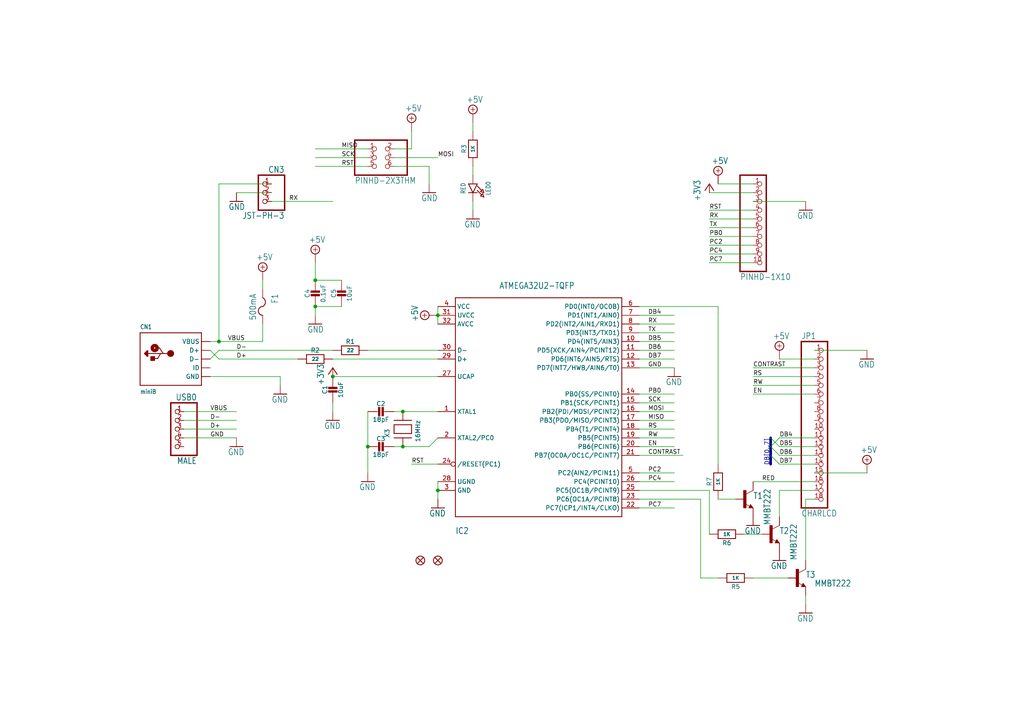
<source format=kicad_sch>
(kicad_sch (version 20230121) (generator eeschema)
  (paper "A4")
  (lib_symbols
    (symbol "working-eagle-import:+3V3" (power)
      (property "Value" "+3V3" (at -2.54 -5.08 90))
      (symbol "+3V3_1_0"
        (polyline (pts (xy 0 0) (xy -1.27 -1.905)) (stroke (width 0.254)))
        (polyline (pts (xy 1.27 -1.905) (xy 0 0)) (stroke (width 0.254)))
        (pin power_in line (at 0 -2.54 90) (length 2.54) (name "+3V3") (number "1"))
      )
    )
    (symbol "working-eagle-import:+5V" (power)
      (property "Value" "+5V" (at -1.905 3.175 0))
      (symbol "+5V_1_0"
        (polyline (pts (xy -0.635 1.27) (xy 0.635 1.27)) (stroke (width 0.1524)))
        (polyline (pts (xy 0 0.635) (xy 0 1.905)) (stroke (width 0.1524)))
        (circle (center 0 1.27) (radius 1.27) (stroke (width 0.254)))
        (pin power_in line (at 0 -2.54 90) (length 2.54) (name "+5V") (number "1"))
      )
    )
    (symbol "working-eagle-import:-NPN-SOT23-BEC"
      (property "Reference" "T" (at -10.16 7.62 0))
      (symbol "-NPN-SOT23-BEC_1_0"
        (rectangle (start -0.254 -2.54) (end 0.508 2.54) (fill (type outline)))
        (polyline (pts (xy 1.27 -2.54) (xy 1.778 -1.524)) (stroke (width 0.1524)))
        (polyline (pts (xy 1.524 -2.413) (xy 2.286 -2.413)) (stroke (width 0.254)))
        (polyline (pts (xy 1.524 -2.286) (xy 1.905 -2.286)) (stroke (width 0.254)))
        (polyline (pts (xy 1.54 -2.04) (xy 0.308 -1.424)) (stroke (width 0.1524)))
        (polyline (pts (xy 1.778 -1.778) (xy 1.524 -2.286)) (stroke (width 0.254)))
        (polyline (pts (xy 1.778 -1.524) (xy 2.54 -2.54)) (stroke (width 0.1524)))
        (polyline (pts (xy 1.905 -2.286) (xy 1.778 -2.032)) (stroke (width 0.254)))
        (polyline (pts (xy 2.286 -2.413) (xy 1.778 -1.778)) (stroke (width 0.254)))
        (polyline (pts (xy 2.54 -2.54) (xy 1.27 -2.54)) (stroke (width 0.1524)))
        (polyline (pts (xy 2.54 2.54) (xy 0.508 1.524)) (stroke (width 0.1524)))
        (pin passive line (at -2.54 0 0) (length 2.54) (name "B") (number "B"))
        (pin passive line (at 2.54 5.08 270) (length 2.54) (name "C") (number "C"))
        (pin passive line (at 2.54 -5.08 90) (length 2.54) (name "E") (number "E"))
      )
    )
    (symbol "working-eagle-import:ATMEGA32U2-TQFP"
      (property "Reference" "IC" (at -17.78 -38.1 0))
      (symbol "ATMEGA32U2-TQFP_1_0"
        (polyline (pts (xy -17.78 -33.02) (xy -17.78 30.48)) (stroke (width 0.254)))
        (polyline (pts (xy -17.78 30.48) (xy 30.48 30.48)) (stroke (width 0.254)))
        (polyline (pts (xy 30.48 -33.02) (xy -17.78 -33.02)) (stroke (width 0.254)))
        (polyline (pts (xy 30.48 30.48) (xy 30.48 -33.02)) (stroke (width 0.254)))
        (pin bidirectional line (at -22.86 -2.54 0) (length 5.08) (name "XTAL1") (number "1"))
        (pin bidirectional line (at 35.56 17.78 180) (length 5.08) (name "PD4(INT5/AIN3)") (number "10"))
        (pin bidirectional line (at 35.56 15.24 180) (length 5.08) (name "PD5(XCK/AIN4/PCINT12)") (number "11"))
        (pin bidirectional line (at 35.56 12.7 180) (length 5.08) (name "PD6(INT6/AIN5/RTS)") (number "12"))
        (pin bidirectional line (at 35.56 10.16 180) (length 5.08) (name "PD7(INT7/HWB/AIN6/T0)") (number "13"))
        (pin bidirectional line (at 35.56 2.54 180) (length 5.08) (name "PB0(SS/PCINT0)") (number "14"))
        (pin bidirectional line (at 35.56 0 180) (length 5.08) (name "PB1(SCK/PCINT1)") (number "15"))
        (pin bidirectional line (at 35.56 -2.54 180) (length 5.08) (name "PB2(PDI/MOSI/PCINT2)") (number "16"))
        (pin bidirectional line (at 35.56 -5.08 180) (length 5.08) (name "PB3(PDO/MISO/PCINT3)") (number "17"))
        (pin bidirectional line (at 35.56 -7.62 180) (length 5.08) (name "PB4(T1/PCINT4)") (number "18"))
        (pin bidirectional line (at 35.56 -10.16 180) (length 5.08) (name "PB5(PCINT5)") (number "19"))
        (pin bidirectional line (at -22.86 -10.16 0) (length 5.08) (name "XTAL2/PC0") (number "2"))
        (pin bidirectional line (at 35.56 -12.7 180) (length 5.08) (name "PB6(PCINT6)") (number "20"))
        (pin bidirectional line (at 35.56 -15.24 180) (length 5.08) (name "PB7(OC0A/OC1C/PCINT7)") (number "21"))
        (pin bidirectional line (at 35.56 -30.48 180) (length 5.08) (name "PC7(ICP1/INT4/CLKO)") (number "22"))
        (pin bidirectional line (at 35.56 -27.94 180) (length 5.08) (name "PC6(OC1A/PCINT8)") (number "23"))
        (pin bidirectional inverted (at -22.86 -17.78 0) (length 5.08) (name "/RESET(PC1)") (number "24"))
        (pin bidirectional line (at 35.56 -25.4 180) (length 5.08) (name "PC5(OC1B/PCINT9)") (number "25"))
        (pin bidirectional line (at 35.56 -22.86 180) (length 5.08) (name "PC4(PCINT10)") (number "26"))
        (pin bidirectional line (at -22.86 7.62 0) (length 5.08) (name "UCAP") (number "27"))
        (pin bidirectional line (at -22.86 -22.86 0) (length 5.08) (name "UGND") (number "28"))
        (pin bidirectional line (at -22.86 12.7 0) (length 5.08) (name "D+") (number "29"))
        (pin bidirectional line (at -22.86 -25.4 0) (length 5.08) (name "GND") (number "3"))
        (pin bidirectional line (at -22.86 15.24 0) (length 5.08) (name "D-") (number "30"))
        (pin bidirectional line (at -22.86 25.4 0) (length 5.08) (name "UVCC") (number "31"))
        (pin bidirectional line (at -22.86 22.86 0) (length 5.08) (name "AVCC") (number "32"))
        (pin bidirectional line (at -22.86 27.94 0) (length 5.08) (name "VCC") (number "4"))
        (pin bidirectional line (at 35.56 -20.32 180) (length 5.08) (name "PC2(AIN2/PCIN11)") (number "5"))
        (pin bidirectional line (at 35.56 27.94 180) (length 5.08) (name "PD0(INT0/OC0B)") (number "6"))
        (pin bidirectional line (at 35.56 25.4 180) (length 5.08) (name "PD1(INT1/AIN0)") (number "7"))
        (pin bidirectional line (at 35.56 22.86 180) (length 5.08) (name "PD2(INT2/AIN1/RXD1)") (number "8"))
        (pin bidirectional line (at 35.56 20.32 180) (length 5.08) (name "PD3(INT3/TXD1)") (number "9"))
      )
    )
    (symbol "working-eagle-import:CAP_CERAMIC0805-NOOUTLINE"
      (property "Reference" "C" (at -2.29 1.25 90))
      (symbol "CAP_CERAMIC0805-NOOUTLINE_1_0"
        (rectangle (start -1.27 0.508) (end 1.27 1.016) (fill (type outline)))
        (rectangle (start -1.27 1.524) (end 1.27 2.032) (fill (type outline)))
        (polyline (pts (xy 0 0.762) (xy 0 0)) (stroke (width 0.1524)))
        (polyline (pts (xy 0 2.54) (xy 0 1.778)) (stroke (width 0.1524)))
        (pin passive line (at 0 5.08 270) (length 2.54) (name "1") (number "1"))
        (pin passive line (at 0 -2.54 90) (length 2.54) (name "2") (number "2"))
      )
    )
    (symbol "working-eagle-import:FIDUCIAL1X2.5"
      (symbol "FIDUCIAL1X2.5_1_0"
        (polyline (pts (xy -0.762 0.762) (xy 0.762 -0.762)) (stroke (width 0.254)))
        (polyline (pts (xy 0.762 0.762) (xy -0.762 -0.762)) (stroke (width 0.254)))
        (circle (center 0 0) (radius 1.27) (stroke (width 0.254)))
      )
    )
    (symbol "working-eagle-import:GND" (power)
      (property "Value" "GND" (at -2.54 -2.54 0))
      (symbol "GND_1_0"
        (polyline (pts (xy -1.905 0) (xy 1.905 0)) (stroke (width 0.254)))
        (pin power_in line (at 0 2.54 270) (length 2.54) (name "GND") (number "1"))
      )
    )
    (symbol "working-eagle-import:JST_3PIN"
      (property "Reference" "CN" (at -6.35 5.715 0))
      (symbol "JST_3PIN_1_0"
        (polyline (pts (xy -6.35 -5.08) (xy 1.27 -5.08)) (stroke (width 0.4064)))
        (polyline (pts (xy -6.35 5.08) (xy -6.35 -5.08)) (stroke (width 0.4064)))
        (polyline (pts (xy 1.27 -5.08) (xy 1.27 5.08)) (stroke (width 0.4064)))
        (polyline (pts (xy 1.27 5.08) (xy -6.35 5.08)) (stroke (width 0.4064)))
        (pin passive inverted (at -2.54 2.54 0) (length 2.54) (name "1") (number "1"))
        (pin passive inverted (at -2.54 0 0) (length 2.54) (name "2") (number "2"))
        (pin passive inverted (at -2.54 -2.54 0) (length 2.54) (name "3") (number "3"))
      )
    )
    (symbol "working-eagle-import:LED0805_NOOUTLINE"
      (property "Reference" "D" (at -1.27 4.445 0))
      (symbol "LED0805_NOOUTLINE_1_0"
        (polyline (pts (xy -2.54 -1.27) (xy 0 0)) (stroke (width 0.254)))
        (polyline (pts (xy -2.54 1.27) (xy -2.54 -1.27)) (stroke (width 0.254)))
        (polyline (pts (xy -1.905 1.27) (xy -0.635 2.54)) (stroke (width 0.254)))
        (polyline (pts (xy -0.9525 2.8575) (xy -0.3175 2.2225)) (stroke (width 0.254)))
        (polyline (pts (xy -0.635 1.27) (xy 0.635 2.54)) (stroke (width 0.254)))
        (polyline (pts (xy -0.3175 2.2225) (xy 0 3.175)) (stroke (width 0.254)))
        (polyline (pts (xy 0 0) (xy -2.54 1.27)) (stroke (width 0.254)))
        (polyline (pts (xy 0 0) (xy 0 -1.27)) (stroke (width 0.254)))
        (polyline (pts (xy 0 1.27) (xy 0 0)) (stroke (width 0.254)))
        (polyline (pts (xy 0 3.175) (xy -0.9525 2.8575)) (stroke (width 0.254)))
        (polyline (pts (xy 0.3175 2.8575) (xy 0.9525 2.2225)) (stroke (width 0.254)))
        (polyline (pts (xy 0.9525 2.2225) (xy 1.27 3.175)) (stroke (width 0.254)))
        (polyline (pts (xy 1.27 3.175) (xy 0.3175 2.8575)) (stroke (width 0.254)))
        (pin passive line (at -5.08 0 0) (length 2.54) (name "A") (number "A"))
        (pin passive line (at 2.54 0 180) (length 2.54) (name "C") (number "C"))
      )
    )
    (symbol "working-eagle-import:PINHD-1X10"
      (symbol "PINHD-1X10_1_0"
        (polyline (pts (xy -6.35 -15.24) (xy 1.27 -15.24)) (stroke (width 0.4064)))
        (polyline (pts (xy -6.35 12.7) (xy -6.35 -15.24)) (stroke (width 0.4064)))
        (polyline (pts (xy 1.27 -15.24) (xy 1.27 12.7)) (stroke (width 0.4064)))
        (polyline (pts (xy 1.27 12.7) (xy -6.35 12.7)) (stroke (width 0.4064)))
        (pin passive inverted (at -2.54 10.16 0) (length 2.54) (name "1") (number "1"))
        (pin passive inverted (at -2.54 -12.7 0) (length 2.54) (name "10") (number "10"))
        (pin passive inverted (at -2.54 7.62 0) (length 2.54) (name "2") (number "2"))
        (pin passive inverted (at -2.54 5.08 0) (length 2.54) (name "3") (number "3"))
        (pin passive inverted (at -2.54 2.54 0) (length 2.54) (name "4") (number "4"))
        (pin passive inverted (at -2.54 0 0) (length 2.54) (name "5") (number "5"))
        (pin passive inverted (at -2.54 -2.54 0) (length 2.54) (name "6") (number "6"))
        (pin passive inverted (at -2.54 -5.08 0) (length 2.54) (name "7") (number "7"))
        (pin passive inverted (at -2.54 -7.62 0) (length 2.54) (name "8") (number "8"))
        (pin passive inverted (at -2.54 -10.16 0) (length 2.54) (name "9") (number "9"))
      )
    )
    (symbol "working-eagle-import:PINHD-1X18-BIG"
      (property "Reference" "JP" (at -6.35 23.495 0))
      (symbol "PINHD-1X18-BIG_1_0"
        (polyline (pts (xy -6.35 -25.4) (xy 1.27 -25.4)) (stroke (width 0.4064)))
        (polyline (pts (xy -6.35 22.86) (xy -6.35 -25.4)) (stroke (width 0.4064)))
        (polyline (pts (xy 1.27 -25.4) (xy 1.27 22.86)) (stroke (width 0.4064)))
        (polyline (pts (xy 1.27 22.86) (xy -6.35 22.86)) (stroke (width 0.4064)))
        (pin passive inverted (at -2.54 20.32 0) (length 2.54) (name "1") (number "1"))
        (pin passive inverted (at -2.54 -2.54 0) (length 2.54) (name "10") (number "10"))
        (pin passive inverted (at -2.54 -5.08 0) (length 2.54) (name "11") (number "11"))
        (pin passive inverted (at -2.54 -7.62 0) (length 2.54) (name "12") (number "12"))
        (pin passive inverted (at -2.54 -10.16 0) (length 2.54) (name "13") (number "13"))
        (pin passive inverted (at -2.54 -12.7 0) (length 2.54) (name "14") (number "14"))
        (pin passive inverted (at -2.54 -15.24 0) (length 2.54) (name "15") (number "15"))
        (pin passive inverted (at -2.54 -17.78 0) (length 2.54) (name "16") (number "16"))
        (pin passive inverted (at -2.54 -20.32 0) (length 2.54) (name "17") (number "17"))
        (pin passive inverted (at -2.54 -22.86 0) (length 2.54) (name "18") (number "18"))
        (pin passive inverted (at -2.54 17.78 0) (length 2.54) (name "2") (number "2"))
        (pin passive inverted (at -2.54 15.24 0) (length 2.54) (name "3") (number "3"))
        (pin passive inverted (at -2.54 12.7 0) (length 2.54) (name "4") (number "4"))
        (pin passive inverted (at -2.54 10.16 0) (length 2.54) (name "5") (number "5"))
        (pin passive inverted (at -2.54 7.62 0) (length 2.54) (name "6") (number "6"))
        (pin passive inverted (at -2.54 5.08 0) (length 2.54) (name "7") (number "7"))
        (pin passive inverted (at -2.54 2.54 0) (length 2.54) (name "8") (number "8"))
        (pin passive inverted (at -2.54 0 0) (length 2.54) (name "9") (number "9"))
      )
    )
    (symbol "working-eagle-import:PINHD-1X5"
      (property "Reference" "JP" (at -6.35 8.255 0))
      (symbol "PINHD-1X5_1_0"
        (polyline (pts (xy -6.35 -7.62) (xy 1.27 -7.62)) (stroke (width 0.4064)))
        (polyline (pts (xy -6.35 7.62) (xy -6.35 -7.62)) (stroke (width 0.4064)))
        (polyline (pts (xy 1.27 -7.62) (xy 1.27 7.62)) (stroke (width 0.4064)))
        (polyline (pts (xy 1.27 7.62) (xy -6.35 7.62)) (stroke (width 0.4064)))
        (pin passive inverted (at -2.54 5.08 0) (length 2.54) (name "1") (number "1"))
        (pin passive inverted (at -2.54 2.54 0) (length 2.54) (name "2") (number "2"))
        (pin passive inverted (at -2.54 0 0) (length 2.54) (name "3") (number "3"))
        (pin passive inverted (at -2.54 -2.54 0) (length 2.54) (name "4") (number "4"))
        (pin passive inverted (at -2.54 -5.08 0) (length 2.54) (name "5") (number "5"))
      )
    )
    (symbol "working-eagle-import:PINHD-2X3THM"
      (symbol "PINHD-2X3THM_1_0"
        (polyline (pts (xy -6.35 -5.08) (xy 8.89 -5.08)) (stroke (width 0.4064)))
        (polyline (pts (xy -6.35 5.08) (xy -6.35 -5.08)) (stroke (width 0.4064)))
        (polyline (pts (xy 8.89 -5.08) (xy 8.89 5.08)) (stroke (width 0.4064)))
        (polyline (pts (xy 8.89 5.08) (xy -6.35 5.08)) (stroke (width 0.4064)))
        (pin passive inverted (at -2.54 2.54 0) (length 2.54) (name "1") (number "1"))
        (pin passive inverted (at 5.08 2.54 180) (length 2.54) (name "2") (number "2"))
        (pin passive inverted (at -2.54 0 0) (length 2.54) (name "3") (number "3"))
        (pin passive inverted (at 5.08 0 180) (length 2.54) (name "4") (number "4"))
        (pin passive inverted (at -2.54 -2.54 0) (length 2.54) (name "5") (number "5"))
        (pin passive inverted (at 5.08 -2.54 180) (length 2.54) (name "6") (number "6"))
      )
    )
    (symbol "working-eagle-import:PTCFUSE-1206"
      (property "Reference" "F" (at -3.81 5.08 0))
      (symbol "PTCFUSE-1206_1_0"
        (arc (start 0 2.54) (mid -1.27 3.3249) (end -2.54 2.54) (stroke (width 0.254)))
        (arc (start 0 2.54) (mid 1.27 1.2755) (end 2.54 2.54) (stroke (width 0.254)))
        (pin passive line (at -5.08 2.54 0) (length 2.54) (name "1") (number "1"))
        (pin passive line (at 5.08 2.54 180) (length 2.54) (name "2") (number "2"))
      )
    )
    (symbol "working-eagle-import:RESISTOR0805_NOOUTLINE"
      (property "Reference" "R" (at 0 2.54 0))
      (symbol "RESISTOR0805_NOOUTLINE_1_0"
        (polyline (pts (xy -2.54 -1.27) (xy -2.54 1.27)) (stroke (width 0.254)))
        (polyline (pts (xy -2.54 1.27) (xy 2.54 1.27)) (stroke (width 0.254)))
        (polyline (pts (xy 2.54 -1.27) (xy -2.54 -1.27)) (stroke (width 0.254)))
        (polyline (pts (xy 2.54 1.27) (xy 2.54 -1.27)) (stroke (width 0.254)))
        (pin passive line (at -5.08 0 0) (length 2.54) (name "1") (number "1"))
        (pin passive line (at 5.08 0 180) (length 2.54) (name "2") (number "2"))
      )
    )
    (symbol "working-eagle-import:USBMINIBLARGE"
      (property "Reference" "CN" (at -10.16 8.636 0))
      (symbol "USBMINIBLARGE_1_0"
        (rectangle (start -7.12 -0.45) (end -5.92 0.75) (fill (type outline)))
        (circle (center -5.92 3.2) (radius 0.2) (stroke (width 1)))
        (circle (center -1.32 1.6) (radius 0.5) (stroke (width 1)))
        (polyline (pts (xy -10.2 7.62) (xy -10.16 7.62)) (stroke (width 0.254)))
        (polyline (pts (xy -10.16 -7.62) (xy 7.62 -7.62)) (stroke (width 0.254)))
        (polyline (pts (xy -10.16 7.62) (xy -10.16 -7.62)) (stroke (width 0.254)))
        (polyline (pts (xy -10.16 7.62) (xy 7.62 7.62)) (stroke (width 0.254)))
        (polyline (pts (xy -8.92 1.6) (xy -8.12 2.4)) (stroke (width 0.254)))
        (polyline (pts (xy -8.52 1.4) (xy -8.32 1.2)) (stroke (width 0.254)))
        (polyline (pts (xy -8.52 1.6) (xy -8.52 1.4)) (stroke (width 0.254)))
        (polyline (pts (xy -8.32 1.2) (xy -8.32 2)) (stroke (width 0.254)))
        (polyline (pts (xy -8.32 2) (xy -8.72 1.6)) (stroke (width 0.254)))
        (polyline (pts (xy -8.12 0.8) (xy -8.92 1.6)) (stroke (width 0.254)))
        (polyline (pts (xy -8.12 1) (xy -8.12 2.4)) (stroke (width 0.254)))
        (polyline (pts (xy -8.12 2.4) (xy -7.92 2.4)) (stroke (width 0.254)))
        (polyline (pts (xy -7.92 0.8) (xy -8.12 0.8)) (stroke (width 0.254)))
        (polyline (pts (xy -7.92 1.6) (xy -7.92 0.8)) (stroke (width 0.254)))
        (polyline (pts (xy -7.92 2.4) (xy -7.92 1.6)) (stroke (width 0.254)))
        (polyline (pts (xy -6.27 0.15) (xy -5.07 0.15)) (stroke (width 0.254)))
        (polyline (pts (xy -5.52 3.2) (xy -4.52 3.2)) (stroke (width 0.254)))
        (polyline (pts (xy -5.07 0.15) (xy -4.22 1.6)) (stroke (width 0.254)))
        (polyline (pts (xy -4.52 3.2) (xy -3.47 1.6)) (stroke (width 0.254)))
        (polyline (pts (xy -4.22 1.6) (xy -7.92 1.6)) (stroke (width 0.254)))
        (polyline (pts (xy -3.47 1.6) (xy -4.22 1.6)) (stroke (width 0.254)))
        (polyline (pts (xy -1.32 1.6) (xy -3.47 1.6)) (stroke (width 0.254)))
        (polyline (pts (xy 7.62 7.62) (xy 7.62 -7.62)) (stroke (width 0.254)))
        (pin bidirectional line (at 10.16 2.54 180) (length 2.54) (name "D+") (number "D+"))
        (pin bidirectional line (at 10.16 0 180) (length 2.54) (name "D-") (number "D-"))
        (pin power_in line (at 10.16 -5.08 180) (length 2.54) (name "GND") (number "GND"))
        (pin bidirectional line (at 10.16 -2.54 180) (length 2.54) (name "ID") (number "ID"))
        (pin power_in line (at 10.16 5.08 180) (length 2.54) (name "VBUS") (number "VBUS"))
      )
    )
    (symbol "working-eagle-import:XTALNX5032"
      (property "Reference" "X" (at -2.54 3.81 0))
      (symbol "XTALNX5032_1_0"
        (polyline (pts (xy -2.54 2.54) (xy -2.54 -2.54)) (stroke (width 0.254)))
        (polyline (pts (xy -1.27 -2.54) (xy 1.27 -2.54)) (stroke (width 0.254)))
        (polyline (pts (xy -1.27 2.54) (xy -1.27 -2.54)) (stroke (width 0.254)))
        (polyline (pts (xy 1.27 -2.54) (xy 1.27 2.54)) (stroke (width 0.254)))
        (polyline (pts (xy 1.27 2.54) (xy -1.27 2.54)) (stroke (width 0.254)))
        (polyline (pts (xy 2.54 2.54) (xy 2.54 -2.54)) (stroke (width 0.254)))
        (pin bidirectional line (at -5.08 0 0) (length 2.54) (name "P$1") (number "P$1"))
        (pin bidirectional line (at 5.08 0 180) (length 2.54) (name "P$2") (number "P$2"))
      )
    )
  )
  (junction (at 63.5 99.06))
  (junction (at 127 91.44))
  (junction (at 91.44 81.28))
  (junction (at 127 142.24))
  (junction (at 116.84 129.54))
  (junction (at 96.52 109.22))
  (junction (at 116.84 119.38))
  (junction (at 106.68 129.54))
  (junction (at 91.44 88.9))
  (bus_entry (at 226.06 127) (size -2.54 2.54))
  (bus_entry (at 226.06 129.54) (size -2.54 -2.54))
  (bus_entry (at 226.06 134.62) (size -2.54 -2.54))
  (bus_entry (at 226.06 132.08) (size -2.54 -2.54))
  (wire (pts (xy 63.5 104.14) (xy 60.96 101.6)) (stroke (width 0.1524)))
  (wire (pts (xy 236.22 111.76) (xy 218.44 111.76)) (stroke (width 0.1524)))
  (wire (pts (xy 185.42 93.98) (xy 195.58 93.98)) (stroke (width 0.1524)))
  (wire (pts (xy 236.22 114.3) (xy 218.44 114.3)) (stroke (width 0.1524)))
  (wire (pts (xy 185.42 116.84) (xy 195.58 116.84)) (stroke (width 0.1524)))
  (bus (pts (xy 223.52 132.08) (xy 223.52 134.62)) (stroke (width 0.762)))
  (wire (pts (xy 208.28 88.9) (xy 208.28 134.62)) (stroke (width 0.1524)))
  (wire (pts (xy 127 134.62) (xy 119.38 134.62)) (stroke (width 0.1524)))
  (wire (pts (xy 218.44 76.2) (xy 205.74 76.2)) (stroke (width 0.1524)))
  (wire (pts (xy 63.5 53.34) (xy 63.5 99.06)) (stroke (width 0.1524)))
  (wire (pts (xy 218.44 139.7) (xy 236.22 139.7)) (stroke (width 0.1524)))
  (wire (pts (xy 236.22 134.62) (xy 226.06 134.62)) (stroke (width 0.1524)))
  (wire (pts (xy 127 127) (xy 124.46 129.54)) (stroke (width 0.1524)))
  (wire (pts (xy 236.22 132.08) (xy 226.06 132.08)) (stroke (width 0.1524)))
  (wire (pts (xy 185.42 96.52) (xy 195.58 96.52)) (stroke (width 0.1524)))
  (wire (pts (xy 220.98 154.94) (xy 215.9 154.94)) (stroke (width 0.1524)))
  (wire (pts (xy 116.84 119.38) (xy 114.3 119.38)) (stroke (width 0.1524)))
  (wire (pts (xy 203.2 167.64) (xy 208.28 167.64)) (stroke (width 0.1524)))
  (wire (pts (xy 127 91.44) (xy 127 93.98)) (stroke (width 0.1524)))
  (wire (pts (xy 81.28 109.22) (xy 81.28 111.76)) (stroke (width 0.1524)))
  (wire (pts (xy 185.42 137.16) (xy 195.58 137.16)) (stroke (width 0.1524)))
  (wire (pts (xy 114.3 45.72) (xy 127 45.72)) (stroke (width 0.1524)))
  (wire (pts (xy 106.68 43.18) (xy 91.44 43.18)) (stroke (width 0.1524)))
  (wire (pts (xy 218.44 73.66) (xy 205.74 73.66)) (stroke (width 0.1524)))
  (wire (pts (xy 124.46 48.26) (xy 114.3 48.26)) (stroke (width 0.1524)))
  (wire (pts (xy 185.42 104.14) (xy 195.58 104.14)) (stroke (width 0.1524)))
  (wire (pts (xy 236.22 137.16) (xy 251.46 137.16)) (stroke (width 0.1524)))
  (wire (pts (xy 137.16 35.56) (xy 137.16 38.1)) (stroke (width 0.1524)))
  (wire (pts (xy 53.34 121.92) (xy 68.58 121.92)) (stroke (width 0.1524)))
  (wire (pts (xy 137.16 48.26) (xy 137.16 50.8)) (stroke (width 0.1524)))
  (wire (pts (xy 76.2 83.82) (xy 76.2 81.28)) (stroke (width 0.1524)))
  (wire (pts (xy 236.22 127) (xy 226.06 127)) (stroke (width 0.1524)))
  (wire (pts (xy 185.42 127) (xy 195.58 127)) (stroke (width 0.1524)))
  (wire (pts (xy 91.44 81.28) (xy 99.06 81.28)) (stroke (width 0.1524)))
  (wire (pts (xy 78.74 58.42) (xy 96.52 58.42)) (stroke (width 0.1524)))
  (wire (pts (xy 218.44 60.96) (xy 205.74 60.96)) (stroke (width 0.1524)))
  (wire (pts (xy 91.44 76.2) (xy 91.44 81.28)) (stroke (width 0.1524)))
  (wire (pts (xy 63.5 99.06) (xy 76.2 99.06)) (stroke (width 0.1524)))
  (wire (pts (xy 106.68 48.26) (xy 91.44 48.26)) (stroke (width 0.1524)))
  (wire (pts (xy 218.44 66.04) (xy 205.74 66.04)) (stroke (width 0.1524)))
  (wire (pts (xy 53.34 119.38) (xy 68.58 119.38)) (stroke (width 0.1524)))
  (wire (pts (xy 116.84 119.38) (xy 127 119.38)) (stroke (width 0.1524)))
  (wire (pts (xy 203.2 144.78) (xy 203.2 167.64)) (stroke (width 0.1524)))
  (wire (pts (xy 226.06 149.86) (xy 226.06 142.24)) (stroke (width 0.1524)))
  (wire (pts (xy 96.52 104.14) (xy 127 104.14)) (stroke (width 0.1524)))
  (wire (pts (xy 233.68 144.78) (xy 236.22 144.78)) (stroke (width 0.1524)))
  (wire (pts (xy 106.68 45.72) (xy 91.44 45.72)) (stroke (width 0.1524)))
  (wire (pts (xy 53.34 127) (xy 68.58 127)) (stroke (width 0.1524)))
  (wire (pts (xy 185.42 139.7) (xy 195.58 139.7)) (stroke (width 0.1524)))
  (wire (pts (xy 236.22 109.22) (xy 218.44 109.22)) (stroke (width 0.1524)))
  (wire (pts (xy 185.42 88.9) (xy 208.28 88.9)) (stroke (width 0.1524)))
  (wire (pts (xy 228.6 167.64) (xy 218.44 167.64)) (stroke (width 0.1524)))
  (wire (pts (xy 185.42 91.44) (xy 195.58 91.44)) (stroke (width 0.1524)))
  (wire (pts (xy 127 109.22) (xy 96.52 109.22)) (stroke (width 0.1524)))
  (wire (pts (xy 185.42 119.38) (xy 195.58 119.38)) (stroke (width 0.1524)))
  (wire (pts (xy 185.42 147.32) (xy 195.58 147.32)) (stroke (width 0.1524)))
  (wire (pts (xy 208.28 144.78) (xy 213.36 144.78)) (stroke (width 0.1524)))
  (wire (pts (xy 63.5 101.6) (xy 96.52 101.6)) (stroke (width 0.1524)))
  (wire (pts (xy 185.42 129.54) (xy 195.58 129.54)) (stroke (width 0.1524)))
  (wire (pts (xy 124.46 129.54) (xy 116.84 129.54)) (stroke (width 0.1524)))
  (wire (pts (xy 91.44 91.44) (xy 91.44 88.9)) (stroke (width 0.1524)))
  (wire (pts (xy 236.22 129.54) (xy 226.06 129.54)) (stroke (width 0.1524)))
  (bus (pts (xy 223.52 129.54) (xy 223.52 132.08)) (stroke (width 0.762)))
  (wire (pts (xy 208.28 53.34) (xy 218.44 53.34)) (stroke (width 0.1524)))
  (wire (pts (xy 119.38 43.18) (xy 119.38 38.1)) (stroke (width 0.1524)))
  (wire (pts (xy 114.3 43.18) (xy 119.38 43.18)) (stroke (width 0.1524)))
  (wire (pts (xy 185.42 144.78) (xy 203.2 144.78)) (stroke (width 0.1524)))
  (wire (pts (xy 236.22 106.68) (xy 218.44 106.68)) (stroke (width 0.1524)))
  (wire (pts (xy 78.74 53.34) (xy 63.5 53.34)) (stroke (width 0.1524)))
  (wire (pts (xy 68.58 55.88) (xy 78.74 55.88)) (stroke (width 0.1524)))
  (wire (pts (xy 218.44 68.58) (xy 205.74 68.58)) (stroke (width 0.1524)))
  (wire (pts (xy 233.68 172.72) (xy 233.68 175.26)) (stroke (width 0.1524)))
  (wire (pts (xy 205.74 142.24) (xy 205.74 154.94)) (stroke (width 0.1524)))
  (wire (pts (xy 127 144.78) (xy 127 142.24)) (stroke (width 0.1524)))
  (wire (pts (xy 185.42 132.08) (xy 198.12 132.08)) (stroke (width 0.1524)))
  (wire (pts (xy 63.5 101.6) (xy 60.96 104.14)) (stroke (width 0.1524)))
  (bus (pts (xy 223.52 127) (xy 223.52 129.54)) (stroke (width 0.762)))
  (wire (pts (xy 185.42 142.24) (xy 205.74 142.24)) (stroke (width 0.1524)))
  (wire (pts (xy 233.68 162.56) (xy 233.68 144.78)) (stroke (width 0.1524)))
  (wire (pts (xy 60.96 99.06) (xy 63.5 99.06)) (stroke (width 0.1524)))
  (wire (pts (xy 185.42 121.92) (xy 195.58 121.92)) (stroke (width 0.1524)))
  (wire (pts (xy 185.42 114.3) (xy 195.58 114.3)) (stroke (width 0.1524)))
  (wire (pts (xy 106.68 137.16) (xy 106.68 129.54)) (stroke (width 0.1524)))
  (wire (pts (xy 63.5 104.14) (xy 86.36 104.14)) (stroke (width 0.1524)))
  (wire (pts (xy 137.16 60.96) (xy 137.16 58.42)) (stroke (width 0.1524)))
  (wire (pts (xy 218.44 71.12) (xy 205.74 71.12)) (stroke (width 0.1524)))
  (wire (pts (xy 106.68 119.38) (xy 106.68 129.54)) (stroke (width 0.1524)))
  (wire (pts (xy 233.68 58.42) (xy 218.44 58.42)) (stroke (width 0.1524)))
  (wire (pts (xy 96.52 119.38) (xy 96.52 116.84)) (stroke (width 0.1524)))
  (wire (pts (xy 205.74 55.88) (xy 218.44 55.88)) (stroke (width 0.1524)))
  (wire (pts (xy 185.42 124.46) (xy 195.58 124.46)) (stroke (width 0.1524)))
  (wire (pts (xy 127 88.9) (xy 127 91.44)) (stroke (width 0.1524)))
  (wire (pts (xy 251.46 101.6) (xy 236.22 101.6)) (stroke (width 0.1524)))
  (wire (pts (xy 124.46 53.34) (xy 124.46 48.26)) (stroke (width 0.1524)))
  (wire (pts (xy 116.84 129.54) (xy 114.3 129.54)) (stroke (width 0.1524)))
  (wire (pts (xy 218.44 63.5) (xy 205.74 63.5)) (stroke (width 0.1524)))
  (wire (pts (xy 91.44 88.9) (xy 99.06 88.9)) (stroke (width 0.1524)))
  (wire (pts (xy 53.34 124.46) (xy 68.58 124.46)) (stroke (width 0.1524)))
  (wire (pts (xy 127 142.24) (xy 127 139.7)) (stroke (width 0.1524)))
  (wire (pts (xy 226.06 142.24) (xy 236.22 142.24)) (stroke (width 0.1524)))
  (wire (pts (xy 185.42 99.06) (xy 195.58 99.06)) (stroke (width 0.1524)))
  (wire (pts (xy 76.2 99.06) (xy 76.2 93.98)) (stroke (width 0.1524)))
  (wire (pts (xy 185.42 106.68) (xy 195.58 106.68)) (stroke (width 0.1524)))
  (wire (pts (xy 185.42 101.6) (xy 195.58 101.6)) (stroke (width 0.1524)))
  (wire (pts (xy 60.96 109.22) (xy 81.28 109.22)) (stroke (width 0.1524)))
  (wire (pts (xy 106.68 101.6) (xy 127 101.6)) (stroke (width 0.1524)))
  (wire (pts (xy 226.06 104.14) (xy 236.22 104.14)) (stroke (width 0.1524)))
  (label "DB7" (at 226.06 134.62 0) (effects (font (size 1.2446 1.2446))))
  (label "DB4" (at 187.96 91.44 0) (effects (font (size 1.2446 1.2446))))
  (label "RST" (at 99.06 48.26 0) (effects (font (size 1.2446 1.2446))))
  (label "D+" (at 60.96 124.46 0) (effects (font (size 1.2446 1.2446))))
  (label "VBUS" (at 60.96 119.38 0) (effects (font (size 1.2446 1.2446))))
  (label "RS" (at 218.44 109.22 0) (effects (font (size 1.2446 1.2446))))
  (label "PC4" (at 205.74 73.66 0) (effects (font (size 1.2446 1.2446))))
  (label "PC7" (at 187.96 147.32 0) (effects (font (size 1.2446 1.2446))))
  (label "RED" (at 220.98 139.7 0) (effects (font (size 1.2446 1.2446))))
  (label "PC7" (at 205.74 76.2 0) (effects (font (size 1.2446 1.2446))))
  (label "TX" (at 205.74 66.04 0) (effects (font (size 1.2446 1.2446))))
  (label "SCK" (at 187.96 116.84 0) (effects (font (size 1.2446 1.2446))))
  (label "EN" (at 218.44 114.3 0) (effects (font (size 1.2446 1.2446))))
  (label "RST" (at 205.74 60.96 0) (effects (font (size 1.2446 1.2446))))
  (label "PC2" (at 187.96 137.16 0) (effects (font (size 1.2446 1.2446))))
  (label "MOSI" (at 187.96 119.38 0) (effects (font (size 1.2446 1.2446))))
  (label "RX" (at 205.74 63.5 0) (effects (font (size 1.2446 1.2446))))
  (label "DB6" (at 226.06 132.08 0) (effects (font (size 1.2446 1.2446))))
  (label "MISO" (at 187.96 121.92 0) (effects (font (size 1.2446 1.2446))))
  (label "PC4" (at 187.96 139.7 0) (effects (font (size 1.2446 1.2446))))
  (label "CONTRAST" (at 218.44 106.68 0) (effects (font (size 1.2446 1.2446))))
  (label "RS" (at 187.96 124.46 0) (effects (font (size 1.2446 1.2446))))
  (label "EN" (at 187.96 129.54 0) (effects (font (size 1.2446 1.2446))))
  (label "CONTRAST" (at 187.96 132.08 0) (effects (font (size 1.2446 1.2446))))
  (label "VBUS" (at 66.04 99.06 0) (effects (font (size 1.2446 1.2446))))
  (label "D+" (at 68.58 104.14 0) (effects (font (size 1.2446 1.2446))))
  (label "DB4" (at 226.06 127 0) (effects (font (size 1.2446 1.2446))))
  (label "MOSI" (at 127 45.72 0) (effects (font (size 1.2446 1.2446))))
  (label "RX" (at 187.96 93.98 0) (effects (font (size 1.2446 1.2446))))
  (label "DB5" (at 226.06 129.54 0) (effects (font (size 1.2446 1.2446))))
  (label "DB[0..7]" (at 223.52 127 270) (effects (font (size 1.2446 1.2446))))
  (label "MISO" (at 99.06 43.18 0) (effects (font (size 1.2446 1.2446))))
  (label "GND" (at 60.96 127 0) (effects (font (size 1.2446 1.2446))))
  (label "RST" (at 119.38 134.62 0) (effects (font (size 1.2446 1.2446))))
  (label "RW" (at 187.96 127 0) (effects (font (size 1.2446 1.2446))))
  (label "RX" (at 83.82 58.42 0) (effects (font (size 1.2446 1.2446))))
  (label "D-" (at 60.96 121.92 0) (effects (font (size 1.2446 1.2446))))
  (label "DB7" (at 187.96 104.14 0) (effects (font (size 1.2446 1.2446))))
  (label "PB0" (at 187.96 114.3 0) (effects (font (size 1.2446 1.2446))))
  (label "DB5" (at 187.96 99.06 0) (effects (font (size 1.2446 1.2446))))
  (label "DB6" (at 187.96 101.6 0) (effects (font (size 1.2446 1.2446))))
  (label "GND" (at 187.96 106.68 0) (effects (font (size 1.2446 1.2446))))
  (label "PC2" (at 205.74 71.12 0) (effects (font (size 1.2446 1.2446))))
  (label "D-" (at 68.58 101.6 0) (effects (font (size 1.2446 1.2446))))
  (label "SCK" (at 99.06 45.72 0) (effects (font (size 1.2446 1.2446))))
  (label "RW" (at 218.44 111.76 0) (effects (font (size 1.2446 1.2446))))
  (label "TX" (at 187.96 96.52 0) (effects (font (size 1.2446 1.2446))))
  (label "PB0" (at 205.74 68.58 0) (effects (font (size 1.2446 1.2446))))
  (symbol (lib_id "working-eagle-import:GND") (at 233.68 177.8 0) (unit 1)
    (property "Reference" "#GND13" (effects hide))
    (property "Value" "GND" (at 231.14 180.34 0) (effects (font (size 1.778 1.5113)) (justify left bottom)))
  )
  (symbol (lib_id "working-eagle-import:ATMEGA32U2-TQFP") (at 149.86 116.84 0) (unit 1)
    (property "Reference" "IC2" (at 132.08 154.94 0) (effects (font (size 1.778 1.5113)) (justify left bottom)))
    (property "Value" "ATMEGA32U2-TQFP" (at 144.78 83.82 0) (effects (font (size 1.778 1.5113)) (justify left bottom)))
    (property "Footprint" "working:TQFP32-08" (effects hide))
  )
  (symbol (lib_id "working-eagle-import:PINHD-1X5") (at 50.8 124.46 0) (mirror y) (unit 1)
    (property "Reference" "USB0" (at 57.15 116.205 0) (effects (font (size 1.778 1.5113)) (justify left bottom)))
    (property "Value" "MALE" (at 57.15 134.62 0) (effects (font (size 1.778 1.5113)) (justify left bottom)))
    (property "Footprint" "working:1X05" (effects hide))
  )
  (symbol (lib_id "working-eagle-import:GND") (at 127 147.32 0) (unit 1)
    (property "Reference" "#GND2" (effects hide))
    (property "Value" "GND" (at 124.46 149.86 0) (effects (font (size 1.778 1.5113)) (justify left bottom)))
  )
  (symbol (lib_id "working-eagle-import:CAP_CERAMIC0805-NOOUTLINE") (at 109.22 119.38 270) (unit 1)
    (property "Reference" "C2" (at 110.47 117.09 90))
    (property "Value" "18pF" (at 110.47 121.68 90))
    (property "Footprint" "working:0805-NO" (effects hide))
  )
  (symbol (lib_id "working-eagle-import:GND") (at 106.68 139.7 0) (unit 1)
    (property "Reference" "#GND6" (effects hide))
    (property "Value" "GND" (at 104.14 142.24 0) (effects (font (size 1.778 1.5113)) (justify left bottom)))
  )
  (symbol (lib_id "working-eagle-import:+3V3") (at 205.74 53.34 0) (unit 1)
    (property "Reference" "#+3V2" (effects hide))
    (property "Value" "+3V3" (at 203.2 58.42 90) (effects (font (size 1.778 1.5113)) (justify left bottom)))
  )
  (symbol (lib_id "working-eagle-import:-NPN-SOT23-BEC") (at 223.52 154.94 0) (unit 1)
    (property "Reference" "T2" (at 226.06 154.94 0) (effects (font (size 1.778 1.5113)) (justify left bottom)))
    (property "Value" "MMBT222" (at 231.14 162.56 90) (effects (font (size 1.778 1.5113)) (justify left bottom)))
    (property "Footprint" "working:SOT23-BEC" (effects hide))
  )
  (symbol (lib_id "working-eagle-import:GND") (at 68.58 58.42 0) (mirror y) (unit 1)
    (property "Reference" "#GND8" (effects hide))
    (property "Value" "GND" (at 71.12 60.96 0) (effects (font (size 1.778 1.5113)) (justify left bottom)))
  )
  (symbol (lib_id "working-eagle-import:GND") (at 233.68 60.96 0) (unit 1)
    (property "Reference" "#GND7" (effects hide))
    (property "Value" "GND" (at 231.14 63.5 0) (effects (font (size 1.778 1.5113)) (justify left bottom)))
  )
  (symbol (lib_id "working-eagle-import:RESISTOR0805_NOOUTLINE") (at 91.44 104.14 0) (unit 1)
    (property "Reference" "R2" (at 91.44 101.6 0))
    (property "Value" "22" (at 91.44 104.14 0) (effects (font (size 1.016 1.016) bold)))
    (property "Footprint" "working:0805-NO" (effects hide))
  )
  (symbol (lib_id "working-eagle-import:+5V") (at 226.06 101.6 0) (unit 1)
    (property "Reference" "#V7" (effects hide))
    (property "Value" "+5V" (at 224.155 98.425 0) (effects (font (size 1.778 1.5113)) (justify left bottom)))
  )
  (symbol (lib_id "working-eagle-import:-NPN-SOT23-BEC") (at 215.9 144.78 0) (unit 1)
    (property "Reference" "T1" (at 218.44 144.78 0) (effects (font (size 1.778 1.5113)) (justify left bottom)))
    (property "Value" "MMBT222" (at 223.52 152.4 90) (effects (font (size 1.778 1.5113)) (justify left bottom)))
    (property "Footprint" "working:SOT23-BEC" (effects hide))
  )
  (symbol (lib_id "working-eagle-import:PINHD-1X18-BIG") (at 238.76 121.92 0) (unit 1)
    (property "Reference" "JP1" (at 232.41 98.425 0) (effects (font (size 1.778 1.5113)) (justify left bottom)))
    (property "Value" "CHARLCD" (at 232.41 149.86 0) (effects (font (size 1.778 1.5113)) (justify left bottom)))
    (property "Footprint" "working:1X18-BIG" (effects hide))
  )
  (symbol (lib_id "working-eagle-import:GND") (at 218.44 152.4 0) (unit 1)
    (property "Reference" "#GND11" (effects hide))
    (property "Value" "GND" (at 215.9 154.94 0) (effects (font (size 1.778 1.5113)) (justify left bottom)))
  )
  (symbol (lib_id "working-eagle-import:USBMINIBLARGE") (at 50.8 104.14 0) (unit 1)
    (property "Reference" "CN1" (at 40.64 95.504 0) (effects (font (size 1.27 1.0795)) (justify left bottom)))
    (property "Value" "miniB" (at 40.64 114.3 0) (effects (font (size 1.27 1.0795)) (justify left bottom)))
    (property "Footprint" "working:USB-MINIB_LARGER" (effects hide))
  )
  (symbol (lib_id "working-eagle-import:GND") (at 226.06 162.56 0) (unit 1)
    (property "Reference" "#GND14" (effects hide))
    (property "Value" "GND" (at 223.52 165.1 0) (effects (font (size 1.778 1.5113)) (justify left bottom)))
  )
  (symbol (lib_id "working-eagle-import:-NPN-SOT23-BEC") (at 231.14 167.64 0) (unit 1)
    (property "Reference" "T3" (at 233.68 167.64 0) (effects (font (size 1.778 1.5113)) (justify left bottom)))
    (property "Value" "MMBT222" (at 236.22 170.18 0) (effects (font (size 1.778 1.5113)) (justify left bottom)))
    (property "Footprint" "working:SOT23-BEC" (effects hide))
  )
  (symbol (lib_id "working-eagle-import:RESISTOR0805_NOOUTLINE") (at 137.16 43.18 90) (unit 1)
    (property "Reference" "R3" (at 134.62 43.18 0))
    (property "Value" "1K" (at 137.16 43.18 0) (effects (font (size 1.016 1.016) bold)))
    (property "Footprint" "working:0805-NO" (effects hide))
  )
  (symbol (lib_id "working-eagle-import:GND") (at 251.46 104.14 0) (unit 1)
    (property "Reference" "#GND5" (effects hide))
    (property "Value" "GND" (at 248.92 106.68 0) (effects (font (size 1.778 1.5113)) (justify left bottom)))
  )
  (symbol (lib_id "working-eagle-import:RESISTOR0805_NOOUTLINE") (at 101.6 101.6 0) (unit 1)
    (property "Reference" "R1" (at 101.6 99.06 0))
    (property "Value" "22" (at 101.6 101.6 0) (effects (font (size 1.016 1.016) bold)))
    (property "Footprint" "working:0805-NO" (effects hide))
  )
  (symbol (lib_id "working-eagle-import:GND") (at 195.58 109.22 0) (unit 1)
    (property "Reference" "#GND15" (effects hide))
    (property "Value" "GND" (at 193.04 111.76 0) (effects (font (size 1.778 1.5113)) (justify left bottom)))
  )
  (symbol (lib_id "working-eagle-import:CAP_CERAMIC0805-NOOUTLINE") (at 96.52 114.3 0) (unit 1)
    (property "Reference" "C1" (at 94.23 113.05 90))
    (property "Value" "10uF" (at 98.82 113.05 90))
    (property "Footprint" "working:0805-NO" (effects hide))
  )
  (symbol (lib_id "working-eagle-import:RESISTOR0805_NOOUTLINE") (at 210.82 154.94 180) (unit 1)
    (property "Reference" "R6" (at 210.82 157.48 0))
    (property "Value" "1K" (at 210.82 154.94 0) (effects (font (size 1.016 1.016) bold)))
    (property "Footprint" "working:0805-NO" (effects hide))
  )
  (symbol (lib_id "working-eagle-import:FIDUCIAL1X2.5") (at 121.92 162.56 0) (unit 1)
    (property "Reference" "FID2" (effects hide))
    (property "Value" "FIDUCIAL1X2.5" (effects hide))
    (property "Footprint" "working:FIDUCIAL-1X2.5" (effects hide))
  )
  (symbol (lib_id "working-eagle-import:LED0805_NOOUTLINE") (at 137.16 55.88 270) (unit 1)
    (property "Reference" "LED0" (at 141.605 54.61 0) (effects (font (size 1.27 1.0795))))
    (property "Value" "RED" (at 134.366 54.61 0) (effects (font (size 1.27 1.0795))))
    (property "Footprint" "working:CHIPLED_0805_NOOUTLINE" (effects hide))
  )
  (symbol (lib_id "working-eagle-import:CAP_CERAMIC0805-NOOUTLINE") (at 109.22 129.54 270) (unit 1)
    (property "Reference" "C3" (at 110.47 127.25 90))
    (property "Value" "18pF" (at 110.47 131.84 90))
    (property "Footprint" "working:0805-NO" (effects hide))
  )
  (symbol (lib_id "working-eagle-import:CAP_CERAMIC0805-NOOUTLINE") (at 91.44 86.36 0) (unit 1)
    (property "Reference" "C4" (at 89.15 85.11 90))
    (property "Value" "0.1uF" (at 93.74 85.11 90))
    (property "Footprint" "working:0805-NO" (effects hide))
  )
  (symbol (lib_id "working-eagle-import:+5V") (at 251.46 134.62 0) (unit 1)
    (property "Reference" "#V10" (effects hide))
    (property "Value" "+5V" (at 249.555 131.445 0) (effects (font (size 1.778 1.5113)) (justify left bottom)))
  )
  (symbol (lib_id "working-eagle-import:GND") (at 81.28 114.3 0) (unit 1)
    (property "Reference" "#GND1" (effects hide))
    (property "Value" "GND" (at 78.74 116.84 0) (effects (font (size 1.778 1.5113)) (justify left bottom)))
  )
  (symbol (lib_id "working-eagle-import:RESISTOR0805_NOOUTLINE") (at 213.36 167.64 180) (unit 1)
    (property "Reference" "R5" (at 213.36 170.18 0))
    (property "Value" "1K" (at 213.36 167.64 0) (effects (font (size 1.016 1.016) bold)))
    (property "Footprint" "working:0805-NO" (effects hide))
  )
  (symbol (lib_id "working-eagle-import:+5V") (at 76.2 78.74 0) (unit 1)
    (property "Reference" "#V1" (effects hide))
    (property "Value" "+5V" (at 74.295 75.565 0) (effects (font (size 1.778 1.5113)) (justify left bottom)))
  )
  (symbol (lib_id "working-eagle-import:+5V") (at 137.16 33.02 0) (unit 1)
    (property "Reference" "#V6" (effects hide))
    (property "Value" "+5V" (at 135.255 29.845 0) (effects (font (size 1.778 1.5113)) (justify left bottom)))
  )
  (symbol (lib_id "working-eagle-import:FIDUCIAL1X2.5") (at 127 162.56 0) (unit 1)
    (property "Reference" "FID1" (effects hide))
    (property "Value" "FIDUCIAL1X2.5" (effects hide))
    (property "Footprint" "working:FIDUCIAL-1X2.5" (effects hide))
  )
  (symbol (lib_id "working-eagle-import:+5V") (at 208.28 50.8 0) (unit 1)
    (property "Reference" "#V4" (effects hide))
    (property "Value" "+5V" (at 206.375 47.625 0) (effects (font (size 1.778 1.5113)) (justify left bottom)))
  )
  (symbol (lib_id "working-eagle-import:XTALNX5032") (at 116.84 124.46 90) (unit 1)
    (property "Reference" "X3" (at 113.03 127 0) (effects (justify left bottom)))
    (property "Value" "16MHz" (at 121.92 128.27 0) (effects (justify left bottom)))
    (property "Footprint" "working:NX5032" (effects hide))
  )
  (symbol (lib_id "working-eagle-import:PINHD-1X10") (at 220.98 63.5 0) (unit 1)
    (property "Reference" "U$1" (effects hide))
    (property "Value" "PINHD-1X10" (at 214.63 81.28 0) (effects (font (size 1.778 1.5113)) (justify left bottom)))
    (property "Footprint" "working:1X10-BIG" (effects hide))
  )
  (symbol (lib_id "working-eagle-import:CAP_CERAMIC0805-NOOUTLINE") (at 99.06 86.36 0) (unit 1)
    (property "Reference" "C5" (at 96.77 85.11 90))
    (property "Value" "10uF" (at 101.36 85.11 90))
    (property "Footprint" "working:0805-NO" (effects hide))
  )
  (symbol (lib_id "working-eagle-import:GND") (at 91.44 93.98 0) (mirror y) (unit 1)
    (property "Reference" "#GND12" (effects hide))
    (property "Value" "GND" (at 93.98 96.52 0) (effects (font (size 1.778 1.5113)) (justify left bottom)))
  )
  (symbol (lib_id "working-eagle-import:+5V") (at 91.44 73.66 0) (unit 1)
    (property "Reference" "#V3" (effects hide))
    (property "Value" "+5V" (at 89.535 70.485 0) (effects (font (size 1.778 1.5113)) (justify left bottom)))
  )
  (symbol (lib_id "working-eagle-import:GND") (at 137.16 63.5 0) (unit 1)
    (property "Reference" "#GND9" (effects hide))
    (property "Value" "GND" (at 134.62 66.04 0) (effects (font (size 1.778 1.5113)) (justify left bottom)))
  )
  (symbol (lib_id "working-eagle-import:JST_3PIN") (at 76.2 55.88 0) (mirror y) (unit 1)
    (property "Reference" "CN3" (at 82.55 50.165 0) (effects (font (size 1.778 1.5113)) (justify left bottom)))
    (property "Value" "JST-PH-3" (at 82.55 63.5 0) (effects (font (size 1.778 1.5113)) (justify left bottom)))
    (property "Footprint" "working:JSTPH3" (effects hide))
  )
  (symbol (lib_id "working-eagle-import:GND") (at 96.52 121.92 0) (unit 1)
    (property "Reference" "#GND3" (effects hide))
    (property "Value" "GND" (at 93.98 124.46 0) (effects (font (size 1.778 1.5113)) (justify left bottom)))
  )
  (symbol (lib_id "working-eagle-import:+5V") (at 124.46 91.44 90) (unit 1)
    (property "Reference" "#V2" (effects hide))
    (property "Value" "+5V" (at 121.285 93.345 0) (effects (font (size 1.778 1.5113)) (justify left bottom)))
  )
  (symbol (lib_id "working-eagle-import:PINHD-2X3THM") (at 109.22 45.72 0) (unit 1)
    (property "Reference" "ISP6" (effects hide))
    (property "Value" "PINHD-2X3THM" (at 102.87 53.34 0) (effects (font (size 1.778 1.5113)) (justify left bottom)))
    (property "Footprint" "working:ISP6" (effects hide))
  )
  (symbol (lib_id "working-eagle-import:RESISTOR0805_NOOUTLINE") (at 208.28 139.7 90) (unit 1)
    (property "Reference" "R7" (at 205.74 139.7 0))
    (property "Value" "1K" (at 208.28 139.7 0) (effects (font (size 1.016 1.016) bold)))
    (property "Footprint" "working:0805-NO" (effects hide))
  )
  (symbol (lib_id "working-eagle-import:+3V3") (at 96.52 106.68 0) (unit 1)
    (property "Reference" "#+3V1" (effects hide))
    (property "Value" "+3V3" (at 93.98 111.76 90) (effects (font (size 1.778 1.5113)) (justify left bottom)))
  )
  (symbol (lib_id "working-eagle-import:GND") (at 124.46 55.88 0) (mirror y) (unit 1)
    (property "Reference" "#GND4" (effects hide))
    (property "Value" "GND" (at 127 58.42 0) (effects (font (size 1.778 1.5113)) (justify left bottom)))
  )
  (symbol (lib_id "working-eagle-import:PTCFUSE-1206") (at 73.66 88.9 270) (unit 1)
    (property "Reference" "F1" (at 78.74 85.09 0) (effects (font (size 1.778 1.5113)) (justify left bottom)))
    (property "Value" "500mA" (at 72.39 85.09 0) (effects (font (size 1.778 1.5113)) (justify left bottom)))
    (property "Footprint" "working:R1206" (effects hide))
  )
  (symbol (lib_id "working-eagle-import:GND") (at 68.58 129.54 0) (unit 1)
    (property "Reference" "#GND10" (effects hide))
    (property "Value" "GND" (at 66.04 132.08 0) (effects (font (size 1.778 1.5113)) (justify left bottom)))
  )
  (symbol (lib_id "working-eagle-import:+5V") (at 119.38 35.56 0) (unit 1)
    (property "Reference" "#V5" (effects hide))
    (property "Value" "+5V" (at 117.475 32.385 0) (effects (font (size 1.778 1.5113)) (justify left bottom)))
  )
)
</source>
